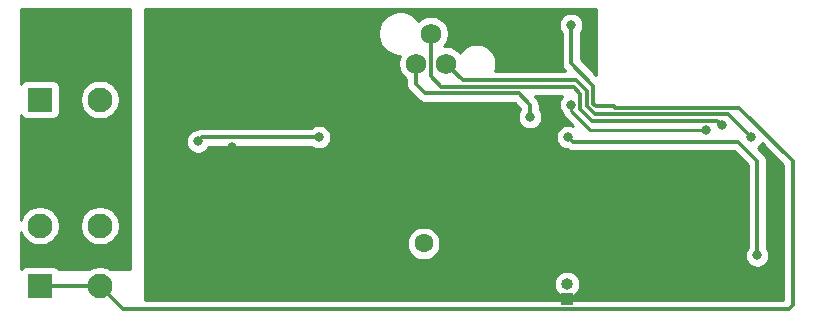
<source format=gbr>
%TF.GenerationSoftware,KiCad,Pcbnew,5.1.12-84ad8e8a86~92~ubuntu20.04.1*%
%TF.CreationDate,2022-01-19T00:30:43+02:00*%
%TF.ProjectId,LED_Wled,4c45445f-576c-4656-942e-6b696361645f,rev?*%
%TF.SameCoordinates,Original*%
%TF.FileFunction,Copper,L2,Bot*%
%TF.FilePolarity,Positive*%
%FSLAX46Y46*%
G04 Gerber Fmt 4.6, Leading zero omitted, Abs format (unit mm)*
G04 Created by KiCad (PCBNEW 5.1.12-84ad8e8a86~92~ubuntu20.04.1) date 2022-01-19 00:30:43*
%MOMM*%
%LPD*%
G01*
G04 APERTURE LIST*
%TA.AperFunction,ComponentPad*%
%ADD10C,1.600000*%
%TD*%
%TA.AperFunction,ComponentPad*%
%ADD11C,2.100000*%
%TD*%
%TA.AperFunction,ComponentPad*%
%ADD12R,2.100000X2.100000*%
%TD*%
%TA.AperFunction,ComponentPad*%
%ADD13O,1.000000X1.000000*%
%TD*%
%TA.AperFunction,ComponentPad*%
%ADD14R,1.000000X1.000000*%
%TD*%
%TA.AperFunction,ComponentPad*%
%ADD15C,1.750000*%
%TD*%
%TA.AperFunction,ViaPad*%
%ADD16C,0.800000*%
%TD*%
%TA.AperFunction,Conductor*%
%ADD17C,0.350000*%
%TD*%
%TA.AperFunction,Conductor*%
%ADD18C,0.250000*%
%TD*%
%TA.AperFunction,Conductor*%
%ADD19C,0.254000*%
%TD*%
%TA.AperFunction,Conductor*%
%ADD20C,0.100000*%
%TD*%
G04 APERTURE END LIST*
D10*
%TO.P,C1,2*%
%TO.N,GND*%
X95750000Y-66500000D03*
%TO.P,C1,1*%
%TO.N,+5V*%
X100750000Y-66500000D03*
%TD*%
D11*
%TO.P,J3,3*%
%TO.N,GNDPWR*%
X68269977Y-65000076D03*
X73349987Y-65000076D03*
%TO.P,J3,1*%
%TO.N,LED_OUT_HV*%
X73349987Y-70080086D03*
%TO.P,J3,2*%
%TO.N,VIN*%
X73349987Y-67540081D03*
X68269977Y-67540081D03*
D12*
%TO.P,J3,1*%
%TO.N,LED_OUT_HV*%
X68269977Y-70080086D03*
%TD*%
D11*
%TO.P,J2,1*%
%TO.N,GNDPWR*%
X73350000Y-54310135D03*
%TO.P,J2,2*%
%TO.N,VIN*%
X73350000Y-51770130D03*
X68269990Y-51770130D03*
D12*
%TO.P,J2,1*%
%TO.N,GNDPWR*%
X68269990Y-54310135D03*
%TD*%
D13*
%TO.P,BOOT1,2*%
%TO.N,Net-(BOOT1-Pad2)*%
X112900000Y-69930000D03*
D14*
%TO.P,BOOT1,1*%
%TO.N,GND*%
X112900000Y-71200000D03*
%TD*%
D15*
%TO.P,J1,4*%
%TO.N,GND*%
X103905000Y-48730000D03*
%TO.P,J1,3*%
%TO.N,RXD*%
X102635000Y-51270000D03*
%TO.P,J1,2*%
%TO.N,TXD*%
X101365000Y-48730000D03*
%TO.P,J1,1*%
%TO.N,+3V3*%
X100095000Y-51270000D03*
%TD*%
D16*
%TO.N,GND*%
X91500000Y-65500000D03*
X94500000Y-65500000D03*
X94500000Y-67500000D03*
X91500000Y-67500000D03*
X127500000Y-67500000D03*
X127500000Y-65500000D03*
X127500000Y-63500000D03*
X127500000Y-61500000D03*
X127500000Y-59500000D03*
X119500000Y-67500000D03*
X119500000Y-65500000D03*
X119500000Y-63500000D03*
X119500000Y-61500000D03*
X119500000Y-59500000D03*
X123500000Y-59500000D03*
X123500000Y-61500000D03*
X123500000Y-63500000D03*
X123500000Y-65500000D03*
X123500000Y-67500000D03*
X114000000Y-67500000D03*
X114000000Y-65500000D03*
X114000000Y-63500000D03*
X114000000Y-61500000D03*
X113000000Y-59500000D03*
X109750000Y-57750000D03*
X105250000Y-64750000D03*
X107500000Y-64750000D03*
X109750000Y-64750000D03*
X107500000Y-63500000D03*
X103500000Y-57000000D03*
X103500000Y-55750000D03*
X103500000Y-58250000D03*
X103500000Y-59500000D03*
X94250000Y-56250000D03*
X96500000Y-56250000D03*
X94250000Y-58750000D03*
X96500000Y-58750000D03*
X90000000Y-47000000D03*
X92000000Y-47000000D03*
X83000000Y-52000000D03*
X83000000Y-53000000D03*
X83000000Y-54000000D03*
X83000000Y-55000000D03*
X83000000Y-56000000D03*
X84000000Y-56000000D03*
X85000000Y-56000000D03*
X85000000Y-55000000D03*
X85000000Y-54000000D03*
X85000000Y-53000000D03*
X85000000Y-52000000D03*
X84000000Y-52000000D03*
X84000000Y-53000000D03*
X84000000Y-54000000D03*
X84000000Y-55000000D03*
X79900000Y-54100000D03*
X79900000Y-55100000D03*
X79900000Y-56100000D03*
X79900000Y-57100000D03*
X81500000Y-63500000D03*
X83000000Y-62000000D03*
X84500000Y-60500000D03*
X84500000Y-58325000D03*
X81500000Y-65500000D03*
X81500000Y-67500000D03*
X83000000Y-69500000D03*
X84500000Y-70500000D03*
X97000000Y-65500000D03*
X91500000Y-63500000D03*
X94500000Y-63500000D03*
X97000000Y-63500000D03*
%TO.N,+3V3*%
X109762500Y-55800000D03*
%TO.N,RXD*%
X128500000Y-57500000D03*
%TO.N,TXD*%
X126000000Y-56500000D03*
%TO.N,Net-(R3-Pad1)*%
X113000000Y-57500000D03*
X129000000Y-67500000D03*
%TO.N,LED_OUT_HV*%
X113250000Y-48000000D03*
%TO.N,LED_OUT_LV*%
X124701260Y-56875032D03*
X113249958Y-54746943D03*
%TO.N,Net-(D1-Pad1)*%
X91900000Y-57500000D03*
X81650002Y-57849998D03*
%TD*%
D17*
%TO.N,+3V3*%
X100882584Y-53795020D02*
X100095000Y-53007436D01*
X100095000Y-53007436D02*
X100095000Y-51270000D01*
X108795022Y-53795022D02*
X100882584Y-53795020D01*
X109762500Y-54762500D02*
X108795022Y-53795022D01*
X109762500Y-55800000D02*
X109762500Y-54762500D01*
%TO.N,RXD*%
X114574979Y-54883158D02*
X115241832Y-55550011D01*
X114574979Y-53574979D02*
X114574979Y-54883158D01*
X102635000Y-51270000D02*
X104060001Y-52695001D01*
X126550011Y-55550011D02*
X128500000Y-57500000D01*
X115241832Y-55550011D02*
X126550011Y-55550011D01*
X113695001Y-52695001D02*
X114574979Y-53574979D01*
X104060001Y-52695001D02*
X113695001Y-52695001D01*
%TO.N,TXD*%
X114024968Y-55110980D02*
X115014010Y-56100022D01*
X101365000Y-52350002D02*
X102260010Y-53245012D01*
X115014010Y-56100022D02*
X125600022Y-56100022D01*
X114024968Y-53802800D02*
X114024968Y-55110980D01*
X102260010Y-53245012D02*
X113467180Y-53245012D01*
X101365000Y-48730000D02*
X101365000Y-52350002D01*
X125600022Y-56100022D02*
X126000000Y-56500000D01*
X113467180Y-53245012D02*
X114024968Y-53802800D01*
%TO.N,Net-(R3-Pad1)*%
X113000000Y-57500000D02*
X113399999Y-57899999D01*
X129000000Y-59500000D02*
X129000000Y-67500000D01*
X113399999Y-57899999D02*
X127399999Y-57899999D01*
X127399999Y-57899999D02*
X129000000Y-59500000D01*
%TO.N,LED_OUT_HV*%
X115124990Y-54655336D02*
X115124990Y-53124990D01*
X115344664Y-54875010D02*
X115124990Y-54655336D01*
X117000000Y-55000000D02*
X116875010Y-54875010D01*
X127500000Y-55000000D02*
X117000000Y-55000000D01*
X116875010Y-54875010D02*
X115344664Y-54875010D01*
X132000000Y-59500000D02*
X127500000Y-55000000D01*
X132000000Y-71750000D02*
X132000000Y-59500000D01*
X131674999Y-72075001D02*
X132000000Y-71750000D01*
X75344902Y-72075001D02*
X131674999Y-72075001D01*
X113250000Y-51250000D02*
X113250000Y-48000000D01*
X73349987Y-70080086D02*
X75344902Y-72075001D01*
X115124990Y-53124990D02*
X113250000Y-51250000D01*
X68269977Y-70080086D02*
X73349987Y-70080086D01*
D18*
%TO.N,LED_OUT_LV*%
X114812362Y-56875032D02*
X113249958Y-55312628D01*
X124701260Y-56875032D02*
X114812362Y-56875032D01*
X113249958Y-55312628D02*
X113249958Y-54746943D01*
D17*
%TO.N,Net-(D1-Pad1)*%
X91900000Y-57500000D02*
X82000000Y-57500000D01*
X82000000Y-57500000D02*
X81650002Y-57849998D01*
%TD*%
D19*
%TO.N,GND*%
X115373000Y-52227487D02*
X114060000Y-50914488D01*
X114060000Y-48650700D01*
X114167205Y-48490256D01*
X114245226Y-48301898D01*
X114285000Y-48101939D01*
X114285000Y-47898061D01*
X114245226Y-47698102D01*
X114167205Y-47509744D01*
X114053937Y-47340226D01*
X113909774Y-47196063D01*
X113740256Y-47082795D01*
X113551898Y-47004774D01*
X113351939Y-46965000D01*
X113148061Y-46965000D01*
X112948102Y-47004774D01*
X112759744Y-47082795D01*
X112590226Y-47196063D01*
X112446063Y-47340226D01*
X112332795Y-47509744D01*
X112254774Y-47698102D01*
X112215000Y-47898061D01*
X112215000Y-48101939D01*
X112254774Y-48301898D01*
X112332795Y-48490256D01*
X112440001Y-48650701D01*
X112440000Y-51210212D01*
X112436081Y-51250000D01*
X112440000Y-51289788D01*
X112440000Y-51289790D01*
X112451720Y-51408787D01*
X112498037Y-51561472D01*
X112498038Y-51561473D01*
X112573251Y-51702189D01*
X112580032Y-51710451D01*
X112674472Y-51825528D01*
X112705387Y-51850899D01*
X112739489Y-51885001D01*
X106804089Y-51885001D01*
X106855246Y-51761496D01*
X106920000Y-51435958D01*
X106920000Y-51104042D01*
X106855246Y-50778504D01*
X106728228Y-50471853D01*
X106543825Y-50195875D01*
X106309125Y-49961175D01*
X106033147Y-49776772D01*
X105726496Y-49649754D01*
X105400958Y-49585000D01*
X105069042Y-49585000D01*
X104743504Y-49649754D01*
X104436853Y-49776772D01*
X104160875Y-49961175D01*
X103926175Y-50195875D01*
X103829764Y-50340164D01*
X103807893Y-50307431D01*
X103597569Y-50097107D01*
X103350253Y-49931856D01*
X103075451Y-49818029D01*
X102783722Y-49760000D01*
X102486278Y-49760000D01*
X102466535Y-49763927D01*
X102537893Y-49692569D01*
X102703144Y-49445253D01*
X102816971Y-49170451D01*
X102875000Y-48878722D01*
X102875000Y-48581278D01*
X102816971Y-48289549D01*
X102703144Y-48014747D01*
X102537893Y-47767431D01*
X102327569Y-47557107D01*
X102080253Y-47391856D01*
X101805451Y-47278029D01*
X101513722Y-47220000D01*
X101216278Y-47220000D01*
X100924549Y-47278029D01*
X100649747Y-47391856D01*
X100402431Y-47557107D01*
X100310077Y-47649461D01*
X100229175Y-47528382D01*
X99966618Y-47265825D01*
X99657882Y-47059534D01*
X99314834Y-46917439D01*
X98950656Y-46845000D01*
X98579344Y-46845000D01*
X98215166Y-46917439D01*
X97872118Y-47059534D01*
X97563382Y-47265825D01*
X97300825Y-47528382D01*
X97094534Y-47837118D01*
X96952439Y-48180166D01*
X96880000Y-48544344D01*
X96880000Y-48915656D01*
X96952439Y-49279834D01*
X97094534Y-49622882D01*
X97300825Y-49931618D01*
X97563382Y-50194175D01*
X97872118Y-50400466D01*
X98215166Y-50542561D01*
X98579344Y-50615000D01*
X98731898Y-50615000D01*
X98643029Y-50829549D01*
X98585000Y-51121278D01*
X98585000Y-51418722D01*
X98643029Y-51710451D01*
X98756856Y-51985253D01*
X98922107Y-52232569D01*
X99132431Y-52442893D01*
X99285000Y-52544836D01*
X99285000Y-52967647D01*
X99281081Y-53007436D01*
X99285000Y-53047224D01*
X99285000Y-53047226D01*
X99296720Y-53166223D01*
X99343037Y-53318908D01*
X99343038Y-53318909D01*
X99418251Y-53459625D01*
X99444269Y-53491328D01*
X99519472Y-53582964D01*
X99550388Y-53608336D01*
X100281689Y-54339637D01*
X100307056Y-54370547D01*
X100337964Y-54395912D01*
X100430394Y-54471769D01*
X100571110Y-54546982D01*
X100723796Y-54593299D01*
X100882584Y-54608939D01*
X100922382Y-54605019D01*
X108459510Y-54605022D01*
X108952501Y-55098013D01*
X108952501Y-55149299D01*
X108845295Y-55309744D01*
X108767274Y-55498102D01*
X108727500Y-55698061D01*
X108727500Y-55901939D01*
X108767274Y-56101898D01*
X108845295Y-56290256D01*
X108958563Y-56459774D01*
X109102726Y-56603937D01*
X109272244Y-56717205D01*
X109460602Y-56795226D01*
X109660561Y-56835000D01*
X109864439Y-56835000D01*
X110064398Y-56795226D01*
X110252756Y-56717205D01*
X110422274Y-56603937D01*
X110566437Y-56459774D01*
X110679705Y-56290256D01*
X110757726Y-56101898D01*
X110797500Y-55901939D01*
X110797500Y-55698061D01*
X110757726Y-55498102D01*
X110679705Y-55309744D01*
X110572500Y-55149300D01*
X110572500Y-54802291D01*
X110576419Y-54762500D01*
X110560780Y-54603712D01*
X110514463Y-54451026D01*
X110439249Y-54310311D01*
X110393847Y-54254988D01*
X110338028Y-54186972D01*
X110307118Y-54161605D01*
X110200525Y-54055012D01*
X112478178Y-54055012D01*
X112446021Y-54087169D01*
X112332753Y-54256687D01*
X112254732Y-54445045D01*
X112214958Y-54645004D01*
X112214958Y-54848882D01*
X112254732Y-55048841D01*
X112332753Y-55237199D01*
X112446021Y-55406717D01*
X112500972Y-55461668D01*
X112537715Y-55582795D01*
X112544412Y-55604874D01*
X112614984Y-55736904D01*
X112627343Y-55751963D01*
X112709957Y-55852629D01*
X112738961Y-55876432D01*
X113413551Y-56551023D01*
X113301898Y-56504774D01*
X113101939Y-56465000D01*
X112898061Y-56465000D01*
X112698102Y-56504774D01*
X112509744Y-56582795D01*
X112340226Y-56696063D01*
X112196063Y-56840226D01*
X112082795Y-57009744D01*
X112004774Y-57198102D01*
X111965000Y-57398061D01*
X111965000Y-57601939D01*
X112004774Y-57801898D01*
X112082795Y-57990256D01*
X112196063Y-58159774D01*
X112340226Y-58303937D01*
X112509744Y-58417205D01*
X112698102Y-58495226D01*
X112896581Y-58534706D01*
X112947810Y-58576748D01*
X113088526Y-58651962D01*
X113241211Y-58698279D01*
X113360208Y-58709999D01*
X113360210Y-58709999D01*
X113399998Y-58713918D01*
X113439786Y-58709999D01*
X127064487Y-58709999D01*
X128190000Y-59835513D01*
X128190001Y-66849299D01*
X128082795Y-67009744D01*
X128004774Y-67198102D01*
X127965000Y-67398061D01*
X127965000Y-67601939D01*
X128004774Y-67801898D01*
X128082795Y-67990256D01*
X128196063Y-68159774D01*
X128340226Y-68303937D01*
X128509744Y-68417205D01*
X128698102Y-68495226D01*
X128898061Y-68535000D01*
X129101939Y-68535000D01*
X129301898Y-68495226D01*
X129490256Y-68417205D01*
X129659774Y-68303937D01*
X129803937Y-68159774D01*
X129917205Y-67990256D01*
X129995226Y-67801898D01*
X130035000Y-67601939D01*
X130035000Y-67398061D01*
X129995226Y-67198102D01*
X129917205Y-67009744D01*
X129810000Y-66849300D01*
X129810000Y-59539787D01*
X129813919Y-59499999D01*
X129810000Y-59460209D01*
X129798280Y-59341212D01*
X129751963Y-59188527D01*
X129676750Y-59047812D01*
X129676749Y-59047810D01*
X129631119Y-58992210D01*
X129575528Y-58924472D01*
X129544619Y-58899106D01*
X129033694Y-58388181D01*
X129159774Y-58303937D01*
X129303937Y-58159774D01*
X129388181Y-58033694D01*
X131190001Y-59835514D01*
X131190000Y-71265001D01*
X77127000Y-71265001D01*
X77127000Y-69818212D01*
X111765000Y-69818212D01*
X111765000Y-70041788D01*
X111808617Y-70261067D01*
X111894176Y-70467624D01*
X112018388Y-70653520D01*
X112176480Y-70811612D01*
X112362376Y-70935824D01*
X112568933Y-71021383D01*
X112788212Y-71065000D01*
X113011788Y-71065000D01*
X113231067Y-71021383D01*
X113437624Y-70935824D01*
X113623520Y-70811612D01*
X113781612Y-70653520D01*
X113905824Y-70467624D01*
X113991383Y-70261067D01*
X114035000Y-70041788D01*
X114035000Y-69818212D01*
X113991383Y-69598933D01*
X113905824Y-69392376D01*
X113781612Y-69206480D01*
X113623520Y-69048388D01*
X113437624Y-68924176D01*
X113231067Y-68838617D01*
X113011788Y-68795000D01*
X112788212Y-68795000D01*
X112568933Y-68838617D01*
X112362376Y-68924176D01*
X112176480Y-69048388D01*
X112018388Y-69206480D01*
X111894176Y-69392376D01*
X111808617Y-69598933D01*
X111765000Y-69818212D01*
X77127000Y-69818212D01*
X77127000Y-66358665D01*
X99315000Y-66358665D01*
X99315000Y-66641335D01*
X99370147Y-66918574D01*
X99478320Y-67179727D01*
X99635363Y-67414759D01*
X99835241Y-67614637D01*
X100070273Y-67771680D01*
X100331426Y-67879853D01*
X100608665Y-67935000D01*
X100891335Y-67935000D01*
X101168574Y-67879853D01*
X101429727Y-67771680D01*
X101664759Y-67614637D01*
X101864637Y-67414759D01*
X102021680Y-67179727D01*
X102129853Y-66918574D01*
X102185000Y-66641335D01*
X102185000Y-66358665D01*
X102129853Y-66081426D01*
X102021680Y-65820273D01*
X101864637Y-65585241D01*
X101664759Y-65385363D01*
X101429727Y-65228320D01*
X101168574Y-65120147D01*
X100891335Y-65065000D01*
X100608665Y-65065000D01*
X100331426Y-65120147D01*
X100070273Y-65228320D01*
X99835241Y-65385363D01*
X99635363Y-65585241D01*
X99478320Y-65820273D01*
X99370147Y-66081426D01*
X99315000Y-66358665D01*
X77127000Y-66358665D01*
X77127000Y-57748059D01*
X80615002Y-57748059D01*
X80615002Y-57951937D01*
X80654776Y-58151896D01*
X80732797Y-58340254D01*
X80846065Y-58509772D01*
X80990228Y-58653935D01*
X81159746Y-58767203D01*
X81348104Y-58845224D01*
X81548063Y-58884998D01*
X81751941Y-58884998D01*
X81951900Y-58845224D01*
X82140258Y-58767203D01*
X82309776Y-58653935D01*
X82453939Y-58509772D01*
X82567207Y-58340254D01*
X82579739Y-58310000D01*
X91249300Y-58310000D01*
X91409744Y-58417205D01*
X91598102Y-58495226D01*
X91798061Y-58535000D01*
X92001939Y-58535000D01*
X92201898Y-58495226D01*
X92390256Y-58417205D01*
X92559774Y-58303937D01*
X92703937Y-58159774D01*
X92817205Y-57990256D01*
X92895226Y-57801898D01*
X92935000Y-57601939D01*
X92935000Y-57398061D01*
X92895226Y-57198102D01*
X92817205Y-57009744D01*
X92703937Y-56840226D01*
X92559774Y-56696063D01*
X92390256Y-56582795D01*
X92201898Y-56504774D01*
X92001939Y-56465000D01*
X91798061Y-56465000D01*
X91598102Y-56504774D01*
X91409744Y-56582795D01*
X91249300Y-56690000D01*
X82039788Y-56690000D01*
X82000000Y-56686081D01*
X81960212Y-56690000D01*
X81960209Y-56690000D01*
X81841212Y-56701720D01*
X81688527Y-56748037D01*
X81563251Y-56814998D01*
X81548063Y-56814998D01*
X81348104Y-56854772D01*
X81159746Y-56932793D01*
X80990228Y-57046061D01*
X80846065Y-57190224D01*
X80732797Y-57359742D01*
X80654776Y-57548100D01*
X80615002Y-57748059D01*
X77127000Y-57748059D01*
X77127000Y-46660000D01*
X115373000Y-46660000D01*
X115373000Y-52227487D01*
%TA.AperFunction,Conductor*%
D20*
G36*
X115373000Y-52227487D02*
G01*
X114060000Y-50914488D01*
X114060000Y-48650700D01*
X114167205Y-48490256D01*
X114245226Y-48301898D01*
X114285000Y-48101939D01*
X114285000Y-47898061D01*
X114245226Y-47698102D01*
X114167205Y-47509744D01*
X114053937Y-47340226D01*
X113909774Y-47196063D01*
X113740256Y-47082795D01*
X113551898Y-47004774D01*
X113351939Y-46965000D01*
X113148061Y-46965000D01*
X112948102Y-47004774D01*
X112759744Y-47082795D01*
X112590226Y-47196063D01*
X112446063Y-47340226D01*
X112332795Y-47509744D01*
X112254774Y-47698102D01*
X112215000Y-47898061D01*
X112215000Y-48101939D01*
X112254774Y-48301898D01*
X112332795Y-48490256D01*
X112440001Y-48650701D01*
X112440000Y-51210212D01*
X112436081Y-51250000D01*
X112440000Y-51289788D01*
X112440000Y-51289790D01*
X112451720Y-51408787D01*
X112498037Y-51561472D01*
X112498038Y-51561473D01*
X112573251Y-51702189D01*
X112580032Y-51710451D01*
X112674472Y-51825528D01*
X112705387Y-51850899D01*
X112739489Y-51885001D01*
X106804089Y-51885001D01*
X106855246Y-51761496D01*
X106920000Y-51435958D01*
X106920000Y-51104042D01*
X106855246Y-50778504D01*
X106728228Y-50471853D01*
X106543825Y-50195875D01*
X106309125Y-49961175D01*
X106033147Y-49776772D01*
X105726496Y-49649754D01*
X105400958Y-49585000D01*
X105069042Y-49585000D01*
X104743504Y-49649754D01*
X104436853Y-49776772D01*
X104160875Y-49961175D01*
X103926175Y-50195875D01*
X103829764Y-50340164D01*
X103807893Y-50307431D01*
X103597569Y-50097107D01*
X103350253Y-49931856D01*
X103075451Y-49818029D01*
X102783722Y-49760000D01*
X102486278Y-49760000D01*
X102466535Y-49763927D01*
X102537893Y-49692569D01*
X102703144Y-49445253D01*
X102816971Y-49170451D01*
X102875000Y-48878722D01*
X102875000Y-48581278D01*
X102816971Y-48289549D01*
X102703144Y-48014747D01*
X102537893Y-47767431D01*
X102327569Y-47557107D01*
X102080253Y-47391856D01*
X101805451Y-47278029D01*
X101513722Y-47220000D01*
X101216278Y-47220000D01*
X100924549Y-47278029D01*
X100649747Y-47391856D01*
X100402431Y-47557107D01*
X100310077Y-47649461D01*
X100229175Y-47528382D01*
X99966618Y-47265825D01*
X99657882Y-47059534D01*
X99314834Y-46917439D01*
X98950656Y-46845000D01*
X98579344Y-46845000D01*
X98215166Y-46917439D01*
X97872118Y-47059534D01*
X97563382Y-47265825D01*
X97300825Y-47528382D01*
X97094534Y-47837118D01*
X96952439Y-48180166D01*
X96880000Y-48544344D01*
X96880000Y-48915656D01*
X96952439Y-49279834D01*
X97094534Y-49622882D01*
X97300825Y-49931618D01*
X97563382Y-50194175D01*
X97872118Y-50400466D01*
X98215166Y-50542561D01*
X98579344Y-50615000D01*
X98731898Y-50615000D01*
X98643029Y-50829549D01*
X98585000Y-51121278D01*
X98585000Y-51418722D01*
X98643029Y-51710451D01*
X98756856Y-51985253D01*
X98922107Y-52232569D01*
X99132431Y-52442893D01*
X99285000Y-52544836D01*
X99285000Y-52967647D01*
X99281081Y-53007436D01*
X99285000Y-53047224D01*
X99285000Y-53047226D01*
X99296720Y-53166223D01*
X99343037Y-53318908D01*
X99343038Y-53318909D01*
X99418251Y-53459625D01*
X99444269Y-53491328D01*
X99519472Y-53582964D01*
X99550388Y-53608336D01*
X100281689Y-54339637D01*
X100307056Y-54370547D01*
X100337964Y-54395912D01*
X100430394Y-54471769D01*
X100571110Y-54546982D01*
X100723796Y-54593299D01*
X100882584Y-54608939D01*
X100922382Y-54605019D01*
X108459510Y-54605022D01*
X108952501Y-55098013D01*
X108952501Y-55149299D01*
X108845295Y-55309744D01*
X108767274Y-55498102D01*
X108727500Y-55698061D01*
X108727500Y-55901939D01*
X108767274Y-56101898D01*
X108845295Y-56290256D01*
X108958563Y-56459774D01*
X109102726Y-56603937D01*
X109272244Y-56717205D01*
X109460602Y-56795226D01*
X109660561Y-56835000D01*
X109864439Y-56835000D01*
X110064398Y-56795226D01*
X110252756Y-56717205D01*
X110422274Y-56603937D01*
X110566437Y-56459774D01*
X110679705Y-56290256D01*
X110757726Y-56101898D01*
X110797500Y-55901939D01*
X110797500Y-55698061D01*
X110757726Y-55498102D01*
X110679705Y-55309744D01*
X110572500Y-55149300D01*
X110572500Y-54802291D01*
X110576419Y-54762500D01*
X110560780Y-54603712D01*
X110514463Y-54451026D01*
X110439249Y-54310311D01*
X110393847Y-54254988D01*
X110338028Y-54186972D01*
X110307118Y-54161605D01*
X110200525Y-54055012D01*
X112478178Y-54055012D01*
X112446021Y-54087169D01*
X112332753Y-54256687D01*
X112254732Y-54445045D01*
X112214958Y-54645004D01*
X112214958Y-54848882D01*
X112254732Y-55048841D01*
X112332753Y-55237199D01*
X112446021Y-55406717D01*
X112500972Y-55461668D01*
X112537715Y-55582795D01*
X112544412Y-55604874D01*
X112614984Y-55736904D01*
X112627343Y-55751963D01*
X112709957Y-55852629D01*
X112738961Y-55876432D01*
X113413551Y-56551023D01*
X113301898Y-56504774D01*
X113101939Y-56465000D01*
X112898061Y-56465000D01*
X112698102Y-56504774D01*
X112509744Y-56582795D01*
X112340226Y-56696063D01*
X112196063Y-56840226D01*
X112082795Y-57009744D01*
X112004774Y-57198102D01*
X111965000Y-57398061D01*
X111965000Y-57601939D01*
X112004774Y-57801898D01*
X112082795Y-57990256D01*
X112196063Y-58159774D01*
X112340226Y-58303937D01*
X112509744Y-58417205D01*
X112698102Y-58495226D01*
X112896581Y-58534706D01*
X112947810Y-58576748D01*
X113088526Y-58651962D01*
X113241211Y-58698279D01*
X113360208Y-58709999D01*
X113360210Y-58709999D01*
X113399998Y-58713918D01*
X113439786Y-58709999D01*
X127064487Y-58709999D01*
X128190000Y-59835513D01*
X128190001Y-66849299D01*
X128082795Y-67009744D01*
X128004774Y-67198102D01*
X127965000Y-67398061D01*
X127965000Y-67601939D01*
X128004774Y-67801898D01*
X128082795Y-67990256D01*
X128196063Y-68159774D01*
X128340226Y-68303937D01*
X128509744Y-68417205D01*
X128698102Y-68495226D01*
X128898061Y-68535000D01*
X129101939Y-68535000D01*
X129301898Y-68495226D01*
X129490256Y-68417205D01*
X129659774Y-68303937D01*
X129803937Y-68159774D01*
X129917205Y-67990256D01*
X129995226Y-67801898D01*
X130035000Y-67601939D01*
X130035000Y-67398061D01*
X129995226Y-67198102D01*
X129917205Y-67009744D01*
X129810000Y-66849300D01*
X129810000Y-59539787D01*
X129813919Y-59499999D01*
X129810000Y-59460209D01*
X129798280Y-59341212D01*
X129751963Y-59188527D01*
X129676750Y-59047812D01*
X129676749Y-59047810D01*
X129631119Y-58992210D01*
X129575528Y-58924472D01*
X129544619Y-58899106D01*
X129033694Y-58388181D01*
X129159774Y-58303937D01*
X129303937Y-58159774D01*
X129388181Y-58033694D01*
X131190001Y-59835514D01*
X131190000Y-71265001D01*
X77127000Y-71265001D01*
X77127000Y-69818212D01*
X111765000Y-69818212D01*
X111765000Y-70041788D01*
X111808617Y-70261067D01*
X111894176Y-70467624D01*
X112018388Y-70653520D01*
X112176480Y-70811612D01*
X112362376Y-70935824D01*
X112568933Y-71021383D01*
X112788212Y-71065000D01*
X113011788Y-71065000D01*
X113231067Y-71021383D01*
X113437624Y-70935824D01*
X113623520Y-70811612D01*
X113781612Y-70653520D01*
X113905824Y-70467624D01*
X113991383Y-70261067D01*
X114035000Y-70041788D01*
X114035000Y-69818212D01*
X113991383Y-69598933D01*
X113905824Y-69392376D01*
X113781612Y-69206480D01*
X113623520Y-69048388D01*
X113437624Y-68924176D01*
X113231067Y-68838617D01*
X113011788Y-68795000D01*
X112788212Y-68795000D01*
X112568933Y-68838617D01*
X112362376Y-68924176D01*
X112176480Y-69048388D01*
X112018388Y-69206480D01*
X111894176Y-69392376D01*
X111808617Y-69598933D01*
X111765000Y-69818212D01*
X77127000Y-69818212D01*
X77127000Y-66358665D01*
X99315000Y-66358665D01*
X99315000Y-66641335D01*
X99370147Y-66918574D01*
X99478320Y-67179727D01*
X99635363Y-67414759D01*
X99835241Y-67614637D01*
X100070273Y-67771680D01*
X100331426Y-67879853D01*
X100608665Y-67935000D01*
X100891335Y-67935000D01*
X101168574Y-67879853D01*
X101429727Y-67771680D01*
X101664759Y-67614637D01*
X101864637Y-67414759D01*
X102021680Y-67179727D01*
X102129853Y-66918574D01*
X102185000Y-66641335D01*
X102185000Y-66358665D01*
X102129853Y-66081426D01*
X102021680Y-65820273D01*
X101864637Y-65585241D01*
X101664759Y-65385363D01*
X101429727Y-65228320D01*
X101168574Y-65120147D01*
X100891335Y-65065000D01*
X100608665Y-65065000D01*
X100331426Y-65120147D01*
X100070273Y-65228320D01*
X99835241Y-65385363D01*
X99635363Y-65585241D01*
X99478320Y-65820273D01*
X99370147Y-66081426D01*
X99315000Y-66358665D01*
X77127000Y-66358665D01*
X77127000Y-57748059D01*
X80615002Y-57748059D01*
X80615002Y-57951937D01*
X80654776Y-58151896D01*
X80732797Y-58340254D01*
X80846065Y-58509772D01*
X80990228Y-58653935D01*
X81159746Y-58767203D01*
X81348104Y-58845224D01*
X81548063Y-58884998D01*
X81751941Y-58884998D01*
X81951900Y-58845224D01*
X82140258Y-58767203D01*
X82309776Y-58653935D01*
X82453939Y-58509772D01*
X82567207Y-58340254D01*
X82579739Y-58310000D01*
X91249300Y-58310000D01*
X91409744Y-58417205D01*
X91598102Y-58495226D01*
X91798061Y-58535000D01*
X92001939Y-58535000D01*
X92201898Y-58495226D01*
X92390256Y-58417205D01*
X92559774Y-58303937D01*
X92703937Y-58159774D01*
X92817205Y-57990256D01*
X92895226Y-57801898D01*
X92935000Y-57601939D01*
X92935000Y-57398061D01*
X92895226Y-57198102D01*
X92817205Y-57009744D01*
X92703937Y-56840226D01*
X92559774Y-56696063D01*
X92390256Y-56582795D01*
X92201898Y-56504774D01*
X92001939Y-56465000D01*
X91798061Y-56465000D01*
X91598102Y-56504774D01*
X91409744Y-56582795D01*
X91249300Y-56690000D01*
X82039788Y-56690000D01*
X82000000Y-56686081D01*
X81960212Y-56690000D01*
X81960209Y-56690000D01*
X81841212Y-56701720D01*
X81688527Y-56748037D01*
X81563251Y-56814998D01*
X81548063Y-56814998D01*
X81348104Y-56854772D01*
X81159746Y-56932793D01*
X80990228Y-57046061D01*
X80846065Y-57190224D01*
X80732797Y-57359742D01*
X80654776Y-57548100D01*
X80615002Y-57748059D01*
X77127000Y-57748059D01*
X77127000Y-46660000D01*
X115373000Y-46660000D01*
X115373000Y-52227487D01*
G37*
%TD.AperFunction*%
%TD*%
D19*
%TO.N,VIN*%
X75873000Y-68623000D02*
X74202224Y-68623000D01*
X74148134Y-68586858D01*
X73841483Y-68459840D01*
X73515945Y-68395086D01*
X73184029Y-68395086D01*
X72858491Y-68459840D01*
X72551840Y-68586858D01*
X72497750Y-68623000D01*
X69807353Y-68623000D01*
X69771162Y-68578901D01*
X69674471Y-68499549D01*
X69564157Y-68440584D01*
X69444459Y-68404274D01*
X69319977Y-68392014D01*
X67219977Y-68392014D01*
X67095495Y-68404274D01*
X66975797Y-68440584D01*
X66865483Y-68499549D01*
X66768792Y-68578901D01*
X66732601Y-68623000D01*
X66660000Y-68623000D01*
X66660000Y-65516364D01*
X66776749Y-65798223D01*
X66961152Y-66074201D01*
X67195852Y-66308901D01*
X67471830Y-66493304D01*
X67778481Y-66620322D01*
X68104019Y-66685076D01*
X68435935Y-66685076D01*
X68761473Y-66620322D01*
X69068124Y-66493304D01*
X69344102Y-66308901D01*
X69578802Y-66074201D01*
X69763205Y-65798223D01*
X69890223Y-65491572D01*
X69954977Y-65166034D01*
X69954977Y-64834118D01*
X71664987Y-64834118D01*
X71664987Y-65166034D01*
X71729741Y-65491572D01*
X71856759Y-65798223D01*
X72041162Y-66074201D01*
X72275862Y-66308901D01*
X72551840Y-66493304D01*
X72858491Y-66620322D01*
X73184029Y-66685076D01*
X73515945Y-66685076D01*
X73841483Y-66620322D01*
X74148134Y-66493304D01*
X74424112Y-66308901D01*
X74658812Y-66074201D01*
X74843215Y-65798223D01*
X74970233Y-65491572D01*
X75034987Y-65166034D01*
X75034987Y-64834118D01*
X74970233Y-64508580D01*
X74843215Y-64201929D01*
X74658812Y-63925951D01*
X74424112Y-63691251D01*
X74148134Y-63506848D01*
X73841483Y-63379830D01*
X73515945Y-63315076D01*
X73184029Y-63315076D01*
X72858491Y-63379830D01*
X72551840Y-63506848D01*
X72275862Y-63691251D01*
X72041162Y-63925951D01*
X71856759Y-64201929D01*
X71729741Y-64508580D01*
X71664987Y-64834118D01*
X69954977Y-64834118D01*
X69890223Y-64508580D01*
X69763205Y-64201929D01*
X69578802Y-63925951D01*
X69344102Y-63691251D01*
X69068124Y-63506848D01*
X68761473Y-63379830D01*
X68435935Y-63315076D01*
X68104019Y-63315076D01*
X67778481Y-63379830D01*
X67471830Y-63506848D01*
X67195852Y-63691251D01*
X66961152Y-63925951D01*
X66776749Y-64201929D01*
X66660000Y-64483788D01*
X66660000Y-55659527D01*
X66689453Y-55714629D01*
X66768805Y-55811320D01*
X66865496Y-55890672D01*
X66975810Y-55949637D01*
X67095508Y-55985947D01*
X67219990Y-55998207D01*
X69319990Y-55998207D01*
X69444472Y-55985947D01*
X69564170Y-55949637D01*
X69674484Y-55890672D01*
X69771175Y-55811320D01*
X69850527Y-55714629D01*
X69909492Y-55604315D01*
X69945802Y-55484617D01*
X69958062Y-55360135D01*
X69958062Y-54144177D01*
X71665000Y-54144177D01*
X71665000Y-54476093D01*
X71729754Y-54801631D01*
X71856772Y-55108282D01*
X72041175Y-55384260D01*
X72275875Y-55618960D01*
X72551853Y-55803363D01*
X72858504Y-55930381D01*
X73184042Y-55995135D01*
X73515958Y-55995135D01*
X73841496Y-55930381D01*
X74148147Y-55803363D01*
X74424125Y-55618960D01*
X74658825Y-55384260D01*
X74843228Y-55108282D01*
X74970246Y-54801631D01*
X75035000Y-54476093D01*
X75035000Y-54144177D01*
X74970246Y-53818639D01*
X74843228Y-53511988D01*
X74658825Y-53236010D01*
X74424125Y-53001310D01*
X74148147Y-52816907D01*
X73841496Y-52689889D01*
X73515958Y-52625135D01*
X73184042Y-52625135D01*
X72858504Y-52689889D01*
X72551853Y-52816907D01*
X72275875Y-53001310D01*
X72041175Y-53236010D01*
X71856772Y-53511988D01*
X71729754Y-53818639D01*
X71665000Y-54144177D01*
X69958062Y-54144177D01*
X69958062Y-53260135D01*
X69945802Y-53135653D01*
X69909492Y-53015955D01*
X69850527Y-52905641D01*
X69771175Y-52808950D01*
X69674484Y-52729598D01*
X69564170Y-52670633D01*
X69444472Y-52634323D01*
X69319990Y-52622063D01*
X67219990Y-52622063D01*
X67095508Y-52634323D01*
X66975810Y-52670633D01*
X66865496Y-52729598D01*
X66768805Y-52808950D01*
X66689453Y-52905641D01*
X66660000Y-52960743D01*
X66660000Y-46660000D01*
X75873000Y-46660000D01*
X75873000Y-68623000D01*
%TA.AperFunction,Conductor*%
D20*
G36*
X75873000Y-68623000D02*
G01*
X74202224Y-68623000D01*
X74148134Y-68586858D01*
X73841483Y-68459840D01*
X73515945Y-68395086D01*
X73184029Y-68395086D01*
X72858491Y-68459840D01*
X72551840Y-68586858D01*
X72497750Y-68623000D01*
X69807353Y-68623000D01*
X69771162Y-68578901D01*
X69674471Y-68499549D01*
X69564157Y-68440584D01*
X69444459Y-68404274D01*
X69319977Y-68392014D01*
X67219977Y-68392014D01*
X67095495Y-68404274D01*
X66975797Y-68440584D01*
X66865483Y-68499549D01*
X66768792Y-68578901D01*
X66732601Y-68623000D01*
X66660000Y-68623000D01*
X66660000Y-65516364D01*
X66776749Y-65798223D01*
X66961152Y-66074201D01*
X67195852Y-66308901D01*
X67471830Y-66493304D01*
X67778481Y-66620322D01*
X68104019Y-66685076D01*
X68435935Y-66685076D01*
X68761473Y-66620322D01*
X69068124Y-66493304D01*
X69344102Y-66308901D01*
X69578802Y-66074201D01*
X69763205Y-65798223D01*
X69890223Y-65491572D01*
X69954977Y-65166034D01*
X69954977Y-64834118D01*
X71664987Y-64834118D01*
X71664987Y-65166034D01*
X71729741Y-65491572D01*
X71856759Y-65798223D01*
X72041162Y-66074201D01*
X72275862Y-66308901D01*
X72551840Y-66493304D01*
X72858491Y-66620322D01*
X73184029Y-66685076D01*
X73515945Y-66685076D01*
X73841483Y-66620322D01*
X74148134Y-66493304D01*
X74424112Y-66308901D01*
X74658812Y-66074201D01*
X74843215Y-65798223D01*
X74970233Y-65491572D01*
X75034987Y-65166034D01*
X75034987Y-64834118D01*
X74970233Y-64508580D01*
X74843215Y-64201929D01*
X74658812Y-63925951D01*
X74424112Y-63691251D01*
X74148134Y-63506848D01*
X73841483Y-63379830D01*
X73515945Y-63315076D01*
X73184029Y-63315076D01*
X72858491Y-63379830D01*
X72551840Y-63506848D01*
X72275862Y-63691251D01*
X72041162Y-63925951D01*
X71856759Y-64201929D01*
X71729741Y-64508580D01*
X71664987Y-64834118D01*
X69954977Y-64834118D01*
X69890223Y-64508580D01*
X69763205Y-64201929D01*
X69578802Y-63925951D01*
X69344102Y-63691251D01*
X69068124Y-63506848D01*
X68761473Y-63379830D01*
X68435935Y-63315076D01*
X68104019Y-63315076D01*
X67778481Y-63379830D01*
X67471830Y-63506848D01*
X67195852Y-63691251D01*
X66961152Y-63925951D01*
X66776749Y-64201929D01*
X66660000Y-64483788D01*
X66660000Y-55659527D01*
X66689453Y-55714629D01*
X66768805Y-55811320D01*
X66865496Y-55890672D01*
X66975810Y-55949637D01*
X67095508Y-55985947D01*
X67219990Y-55998207D01*
X69319990Y-55998207D01*
X69444472Y-55985947D01*
X69564170Y-55949637D01*
X69674484Y-55890672D01*
X69771175Y-55811320D01*
X69850527Y-55714629D01*
X69909492Y-55604315D01*
X69945802Y-55484617D01*
X69958062Y-55360135D01*
X69958062Y-54144177D01*
X71665000Y-54144177D01*
X71665000Y-54476093D01*
X71729754Y-54801631D01*
X71856772Y-55108282D01*
X72041175Y-55384260D01*
X72275875Y-55618960D01*
X72551853Y-55803363D01*
X72858504Y-55930381D01*
X73184042Y-55995135D01*
X73515958Y-55995135D01*
X73841496Y-55930381D01*
X74148147Y-55803363D01*
X74424125Y-55618960D01*
X74658825Y-55384260D01*
X74843228Y-55108282D01*
X74970246Y-54801631D01*
X75035000Y-54476093D01*
X75035000Y-54144177D01*
X74970246Y-53818639D01*
X74843228Y-53511988D01*
X74658825Y-53236010D01*
X74424125Y-53001310D01*
X74148147Y-52816907D01*
X73841496Y-52689889D01*
X73515958Y-52625135D01*
X73184042Y-52625135D01*
X72858504Y-52689889D01*
X72551853Y-52816907D01*
X72275875Y-53001310D01*
X72041175Y-53236010D01*
X71856772Y-53511988D01*
X71729754Y-53818639D01*
X71665000Y-54144177D01*
X69958062Y-54144177D01*
X69958062Y-53260135D01*
X69945802Y-53135653D01*
X69909492Y-53015955D01*
X69850527Y-52905641D01*
X69771175Y-52808950D01*
X69674484Y-52729598D01*
X69564170Y-52670633D01*
X69444472Y-52634323D01*
X69319990Y-52622063D01*
X67219990Y-52622063D01*
X67095508Y-52634323D01*
X66975810Y-52670633D01*
X66865496Y-52729598D01*
X66768805Y-52808950D01*
X66689453Y-52905641D01*
X66660000Y-52960743D01*
X66660000Y-46660000D01*
X75873000Y-46660000D01*
X75873000Y-68623000D01*
G37*
%TD.AperFunction*%
%TD*%
M02*

</source>
